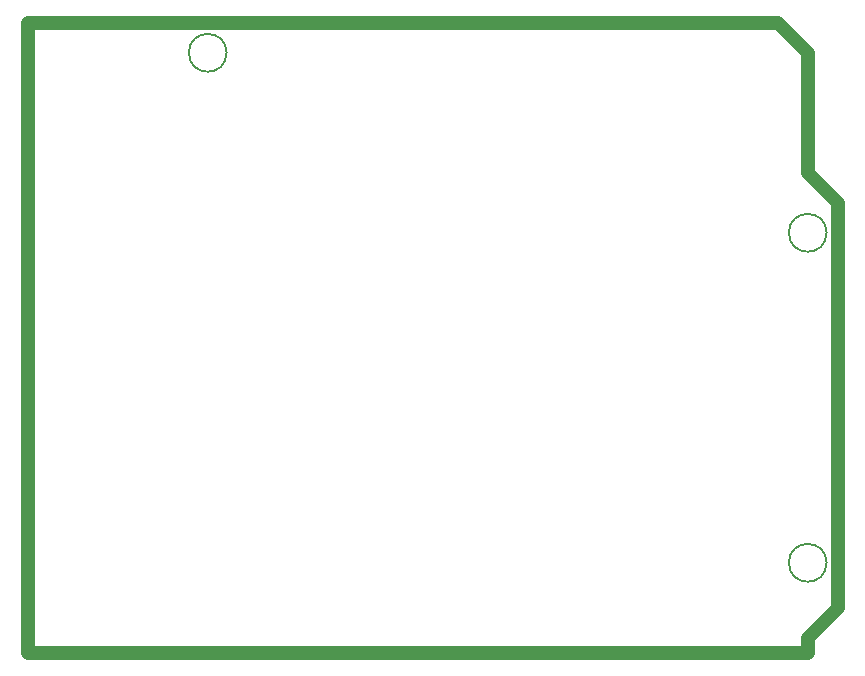
<source format=gm1>
G04 Layer_Color=16711935*
%FSLAX25Y25*%
%MOIN*%
G70*
G01*
G75*
%ADD44C,0.00500*%
%ADD45C,0.04724*%
D44*
X66299Y200000D02*
G03*
X66299Y200000I-6299J0D01*
G01*
X266299Y30000D02*
G03*
X266299Y30000I-6299J0D01*
G01*
Y140000D02*
G03*
X266299Y140000I-6299J0D01*
G01*
X260000Y0D02*
Y5000D01*
X270000Y15000D01*
Y150000D01*
X260000Y160000D02*
Y200000D01*
X250000Y210000D02*
X260000Y200000D01*
X0Y0D02*
Y210000D01*
Y0D02*
X260000D01*
X0Y210000D02*
X250000D01*
D45*
X0Y0D02*
Y210000D01*
X250000D01*
X260000Y200000D01*
Y160000D02*
Y200000D01*
Y160000D02*
X270000Y150000D01*
Y15000D02*
Y150000D01*
X260000Y5000D02*
X270000Y15000D01*
X260000Y0D02*
Y5000D01*
X0Y0D02*
X260000D01*
M02*

</source>
